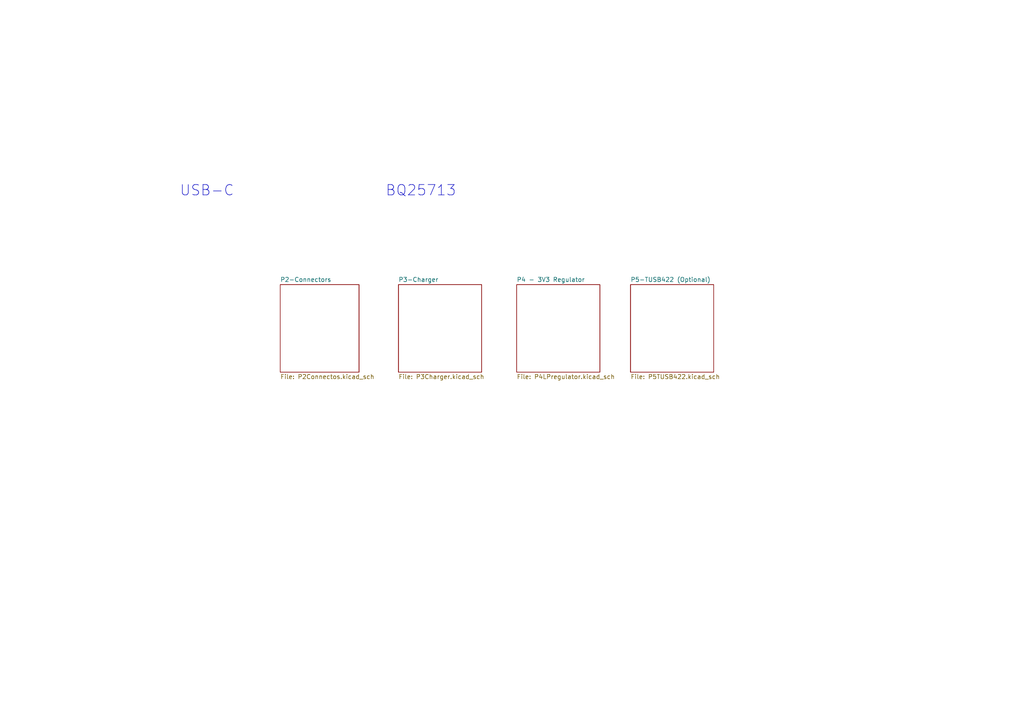
<source format=kicad_sch>
(kicad_sch (version 20211123) (generator eeschema)
  (paper "A4")
  (title_block (rev "0.1") (company "Eldalote Electronics") (comment 3 "Battery Charger PCB"))
  (lib_symbols)
  (text "USB-C\n" (at 52.07 57.15 0) (effects (font (size 3 3)) (justify left bottom)))
  (text "BQ25713" (at 111.76 57.15 0) (effects (font (size 3 3)) (justify left bottom)))
  (sheet (at 182.88 82.55) (size 24.13 25.4) (stroke (width 0.1524))
    (property "Sheet name" "P5-TUSB422 (Optional)" (at 182.88 81.8384 0) (effects (justify left bottom)))
    (property "Sheet file" "P5TUSB422.kicad_sch" (at 182.88 108.5346 0) (effects (justify left top)))
  )
  (sheet (at 115.57 82.55) (size 24.13 25.4) (stroke (width 0.1524))
    (property "Sheet name" "P3-Charger" (at 115.57 81.8384 0) (effects (justify left bottom)))
    (property "Sheet file" "P3Charger.kicad_sch" (at 115.57 108.5346 0) (effects (justify left top)))
  )
  (sheet (at 149.86 82.55) (size 24.13 25.4) (stroke (width 0.1524))
    (property "Sheet name" "P4 - 3V3 Regulator" (at 149.86 81.8384 0) (effects (justify left bottom)))
    (property "Sheet file" "P4LPregulator.kicad_sch" (at 149.86 108.5346 0) (effects (justify left top)))
  )
  (sheet (at 81.28 82.55) (size 22.86 25.4) (stroke (width 0.1524))
    (property "Sheet name" "P2-Connectors" (at 81.28 81.8384 0) (effects (justify left bottom)))
    (property "Sheet file" "P2Connectos.kicad_sch" (at 81.28 108.5346 0) (effects (justify left top)))
  )
)
</source>
